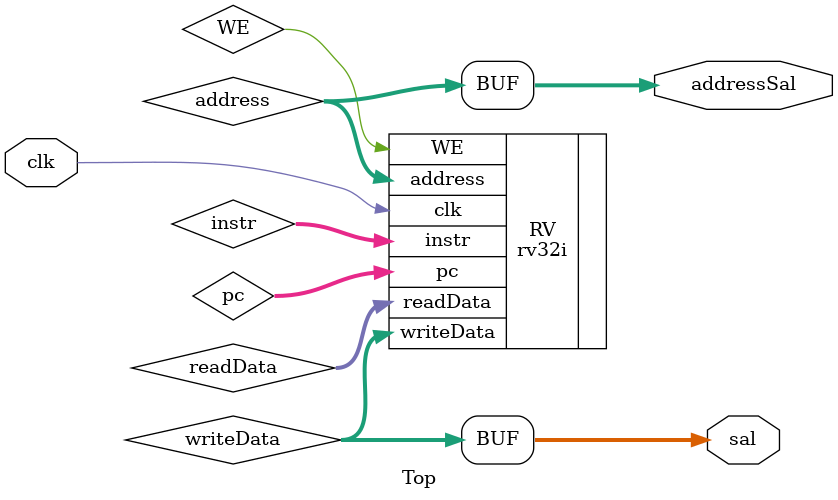
<source format=v>
module Top(
    //Entradas
    input wire clk,

    //Salidas
    output [31:0] sal,
    output [15:0] addressSal
);

// ---------- Cableciños ----------
wire[31:0] instr;
wire[15:0] pc;
wire[15:0] address;
wire[31:0] writeData;
wire[31:0] readData;
// ---------- ---------- ----------

rv32i RV(
    .clk(clk),
    .instr(instr),
    .readData(readData),
    .pc(pc),
    .WE(WE),
    .address(address),
    .writeData(writeData)
);

assign sal = writeData;
assign addressSal = address;

endmodule
</source>
